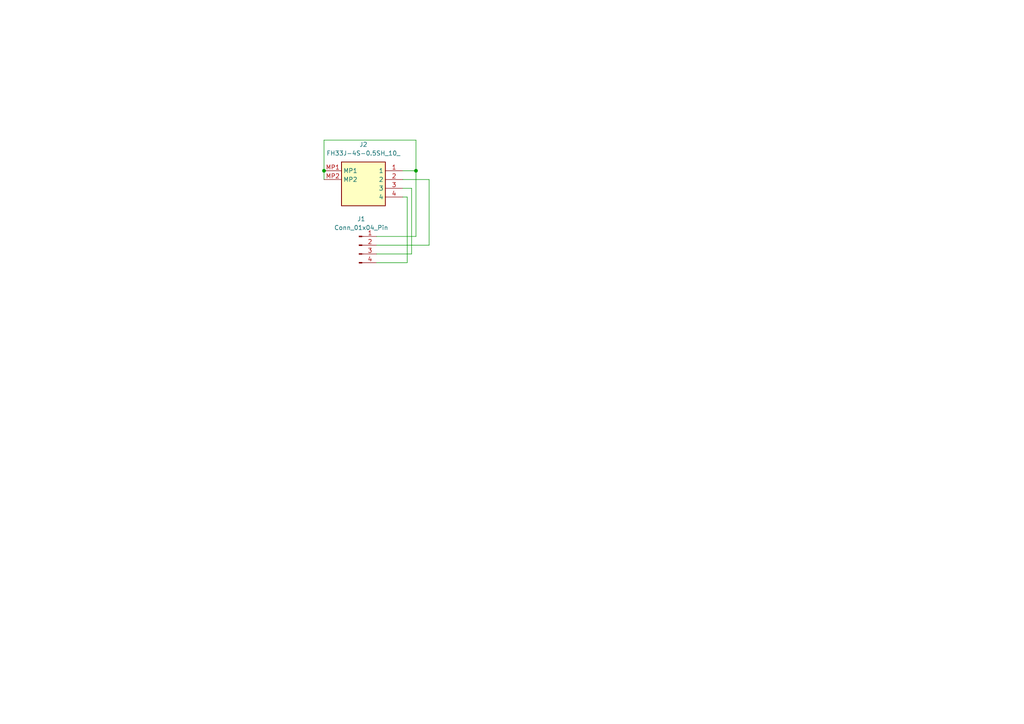
<source format=kicad_sch>
(kicad_sch (version 20230121) (generator eeschema)

  (uuid e36818b5-fb8a-4a37-8a9f-2781bf2c79d6)

  (paper "A4")

  (lib_symbols
    (symbol "Connector:Conn_01x04_Pin" (pin_names (offset 1.016) hide) (in_bom yes) (on_board yes)
      (property "Reference" "J" (at 0 5.08 0)
        (effects (font (size 1.27 1.27)))
      )
      (property "Value" "Conn_01x04_Pin" (at 0 -7.62 0)
        (effects (font (size 1.27 1.27)))
      )
      (property "Footprint" "" (at 0 0 0)
        (effects (font (size 1.27 1.27)) hide)
      )
      (property "Datasheet" "~" (at 0 0 0)
        (effects (font (size 1.27 1.27)) hide)
      )
      (property "ki_locked" "" (at 0 0 0)
        (effects (font (size 1.27 1.27)))
      )
      (property "ki_keywords" "connector" (at 0 0 0)
        (effects (font (size 1.27 1.27)) hide)
      )
      (property "ki_description" "Generic connector, single row, 01x04, script generated" (at 0 0 0)
        (effects (font (size 1.27 1.27)) hide)
      )
      (property "ki_fp_filters" "Connector*:*_1x??_*" (at 0 0 0)
        (effects (font (size 1.27 1.27)) hide)
      )
      (symbol "Conn_01x04_Pin_1_1"
        (polyline
          (pts
            (xy 1.27 -5.08)
            (xy 0.8636 -5.08)
          )
          (stroke (width 0.1524) (type default))
          (fill (type none))
        )
        (polyline
          (pts
            (xy 1.27 -2.54)
            (xy 0.8636 -2.54)
          )
          (stroke (width 0.1524) (type default))
          (fill (type none))
        )
        (polyline
          (pts
            (xy 1.27 0)
            (xy 0.8636 0)
          )
          (stroke (width 0.1524) (type default))
          (fill (type none))
        )
        (polyline
          (pts
            (xy 1.27 2.54)
            (xy 0.8636 2.54)
          )
          (stroke (width 0.1524) (type default))
          (fill (type none))
        )
        (rectangle (start 0.8636 -4.953) (end 0 -5.207)
          (stroke (width 0.1524) (type default))
          (fill (type outline))
        )
        (rectangle (start 0.8636 -2.413) (end 0 -2.667)
          (stroke (width 0.1524) (type default))
          (fill (type outline))
        )
        (rectangle (start 0.8636 0.127) (end 0 -0.127)
          (stroke (width 0.1524) (type default))
          (fill (type outline))
        )
        (rectangle (start 0.8636 2.667) (end 0 2.413)
          (stroke (width 0.1524) (type default))
          (fill (type outline))
        )
        (pin passive line (at 5.08 2.54 180) (length 3.81)
          (name "Pin_1" (effects (font (size 1.27 1.27))))
          (number "1" (effects (font (size 1.27 1.27))))
        )
        (pin passive line (at 5.08 0 180) (length 3.81)
          (name "Pin_2" (effects (font (size 1.27 1.27))))
          (number "2" (effects (font (size 1.27 1.27))))
        )
        (pin passive line (at 5.08 -2.54 180) (length 3.81)
          (name "Pin_3" (effects (font (size 1.27 1.27))))
          (number "3" (effects (font (size 1.27 1.27))))
        )
        (pin passive line (at 5.08 -5.08 180) (length 3.81)
          (name "Pin_4" (effects (font (size 1.27 1.27))))
          (number "4" (effects (font (size 1.27 1.27))))
        )
      )
    )
    (symbol "SamacSys_Parts:FH33J-4S-0.5SH_10_" (in_bom yes) (on_board yes)
      (property "Reference" "J" (at 19.05 7.62 0)
        (effects (font (size 1.27 1.27)) (justify left top))
      )
      (property "Value" "FH33J-4S-0.5SH_10_" (at 19.05 5.08 0)
        (effects (font (size 1.27 1.27)) (justify left top))
      )
      (property "Footprint" "FH33J4S05SH10" (at 19.05 -94.92 0)
        (effects (font (size 1.27 1.27)) (justify left top) hide)
      )
      (property "Datasheet" "https://www.hirose.com/en/product/document?clcode=CL0580-1329-0-10&productname=FH33J-4S-0.5SH(10)&series=FH33&documenttype=2DDrawing&lang=en&documentid=0000947103" (at 19.05 -194.92 0)
        (effects (font (size 1.27 1.27)) (justify left top) hide)
      )
      (property "Height" "1.3" (at 19.05 -394.92 0)
        (effects (font (size 1.27 1.27)) (justify left top) hide)
      )
      (property "Manufacturer_Name" "Hirose" (at 19.05 -494.92 0)
        (effects (font (size 1.27 1.27)) (justify left top) hide)
      )
      (property "Manufacturer_Part_Number" "FH33J-4S-0.5SH(10)" (at 19.05 -594.92 0)
        (effects (font (size 1.27 1.27)) (justify left top) hide)
      )
      (property "Mouser Part Number" "798-FH33J4S05SH10" (at 19.05 -694.92 0)
        (effects (font (size 1.27 1.27)) (justify left top) hide)
      )
      (property "Mouser Price/Stock" "https://www.mouser.co.uk/ProductDetail/Hirose-Connector/FH33J-4S-0.5SH10?qs=vnk2wBG9e155pN5P%2FjFqtA%3D%3D" (at 19.05 -794.92 0)
        (effects (font (size 1.27 1.27)) (justify left top) hide)
      )
      (property "Arrow Part Number" "" (at 19.05 -894.92 0)
        (effects (font (size 1.27 1.27)) (justify left top) hide)
      )
      (property "Arrow Price/Stock" "" (at 19.05 -994.92 0)
        (effects (font (size 1.27 1.27)) (justify left top) hide)
      )
      (property "ki_description" "FFC & FPC Connectors 4P SMT HORIZ ZIF AU 1.2MM HT .5MM PITCH" (at 0 0 0)
        (effects (font (size 1.27 1.27)) hide)
      )
      (symbol "FH33J-4S-0.5SH_10__1_1"
        (rectangle (start 5.08 2.54) (end 17.78 -10.16)
          (stroke (width 0.254) (type default))
          (fill (type background))
        )
        (pin passive line (at 22.86 0 180) (length 5.08)
          (name "1" (effects (font (size 1.27 1.27))))
          (number "1" (effects (font (size 1.27 1.27))))
        )
        (pin passive line (at 22.86 -2.54 180) (length 5.08)
          (name "2" (effects (font (size 1.27 1.27))))
          (number "2" (effects (font (size 1.27 1.27))))
        )
        (pin passive line (at 22.86 -5.08 180) (length 5.08)
          (name "3" (effects (font (size 1.27 1.27))))
          (number "3" (effects (font (size 1.27 1.27))))
        )
        (pin passive line (at 22.86 -7.62 180) (length 5.08)
          (name "4" (effects (font (size 1.27 1.27))))
          (number "4" (effects (font (size 1.27 1.27))))
        )
        (pin passive line (at 0 0 0) (length 5.08)
          (name "MP1" (effects (font (size 1.27 1.27))))
          (number "MP1" (effects (font (size 1.27 1.27))))
        )
        (pin passive line (at 0 -2.54 0) (length 5.08)
          (name "MP2" (effects (font (size 1.27 1.27))))
          (number "MP2" (effects (font (size 1.27 1.27))))
        )
      )
    )
  )

  (junction (at 93.98 49.53) (diameter 0) (color 0 0 0 0)
    (uuid b9bf1273-b305-4da8-b1ac-ed7532c9b5b5)
  )
  (junction (at 120.65 49.53) (diameter 0) (color 0 0 0 0)
    (uuid def6b3e6-8096-4a5e-906f-ea8a94628e45)
  )

  (wire (pts (xy 119.38 73.66) (xy 119.38 54.61))
    (stroke (width 0) (type default))
    (uuid 155af0fa-d4ae-4370-9383-2837ad4f3c57)
  )
  (wire (pts (xy 116.84 54.61) (xy 119.38 54.61))
    (stroke (width 0) (type default))
    (uuid 18457236-f74a-460e-9bac-9f6d869bc47e)
  )
  (wire (pts (xy 109.22 71.12) (xy 124.46 71.12))
    (stroke (width 0) (type default))
    (uuid 24006f94-d241-4e66-a409-9bdd91eaf964)
  )
  (wire (pts (xy 118.11 57.15) (xy 116.84 57.15))
    (stroke (width 0) (type default))
    (uuid 59d7bd56-11e3-4b1d-a867-0cdf1c3f4baa)
  )
  (wire (pts (xy 116.84 52.07) (xy 124.46 52.07))
    (stroke (width 0) (type default))
    (uuid 8723250e-3dbb-4b18-9738-7b87340f204d)
  )
  (wire (pts (xy 109.22 73.66) (xy 119.38 73.66))
    (stroke (width 0) (type default))
    (uuid 8cda7811-2e25-48a2-8cd3-280e66dae716)
  )
  (wire (pts (xy 120.65 49.53) (xy 116.84 49.53))
    (stroke (width 0) (type default))
    (uuid 9a45d002-ea48-4e87-959b-0a5336445b87)
  )
  (wire (pts (xy 120.65 40.64) (xy 120.65 49.53))
    (stroke (width 0) (type default))
    (uuid 9f5ffc92-a6d7-4fba-9d1e-e53645b54a51)
  )
  (wire (pts (xy 124.46 52.07) (xy 124.46 71.12))
    (stroke (width 0) (type default))
    (uuid b0445b41-8b4c-4e9e-8bbc-a4b4111b96b9)
  )
  (wire (pts (xy 109.22 76.2) (xy 118.11 76.2))
    (stroke (width 0) (type default))
    (uuid b1f05fcd-5a30-42a7-91a7-a7566e880f92)
  )
  (wire (pts (xy 109.22 68.58) (xy 120.65 68.58))
    (stroke (width 0) (type default))
    (uuid b78da687-0b8e-4b03-9b23-05788919c029)
  )
  (wire (pts (xy 93.98 40.64) (xy 120.65 40.64))
    (stroke (width 0) (type default))
    (uuid c3d97d39-6930-4bef-b980-7b214375ca51)
  )
  (wire (pts (xy 118.11 57.15) (xy 118.11 76.2))
    (stroke (width 0) (type default))
    (uuid c5194320-950d-4697-ada5-c945f391a13f)
  )
  (wire (pts (xy 93.98 52.07) (xy 93.98 49.53))
    (stroke (width 0) (type default))
    (uuid cd86612d-2d3e-4206-98f4-d93f355d6d1b)
  )
  (wire (pts (xy 93.98 49.53) (xy 93.98 40.64))
    (stroke (width 0) (type default))
    (uuid f4b13008-b2e2-4e6e-954e-63d2ee311f3c)
  )
  (wire (pts (xy 120.65 68.58) (xy 120.65 49.53))
    (stroke (width 0) (type default))
    (uuid fa9a651f-e3f8-4150-a5e0-d73d03bc1ccc)
  )

  (symbol (lib_id "Connector:Conn_01x04_Pin") (at 104.14 71.12 0) (unit 1)
    (in_bom yes) (on_board yes) (dnp no) (fields_autoplaced)
    (uuid e9564936-6efe-47a5-bf19-805025b9af6d)
    (property "Reference" "J1" (at 104.775 63.5 0)
      (effects (font (size 1.27 1.27)))
    )
    (property "Value" "Conn_01x04_Pin" (at 104.775 66.04 0)
      (effects (font (size 1.27 1.27)))
    )
    (property "Footprint" "Connector_PinHeader_2.54mm:PinHeader_1x04_P2.54mm_Vertical" (at 104.14 71.12 0)
      (effects (font (size 1.27 1.27)) hide)
    )
    (property "Datasheet" "~" (at 104.14 71.12 0)
      (effects (font (size 1.27 1.27)) hide)
    )
    (pin "1" (uuid 60b6d15d-44c6-4386-9323-b5298e465e6d))
    (pin "3" (uuid c59c7356-c351-4c95-9084-b2a2347754e3))
    (pin "2" (uuid 3b161549-4115-4a58-9b72-02e034c1a5a6))
    (pin "4" (uuid 56647201-1568-48bc-a229-e4e4128df2ff))
    (instances
      (project "Spectrometer_Breakout_Board"
        (path "/e36818b5-fb8a-4a37-8a9f-2781bf2c79d6"
          (reference "J1") (unit 1)
        )
      )
    )
  )

  (symbol (lib_id "SamacSys_Parts:FH33J-4S-0.5SH_10_") (at 93.98 49.53 0) (unit 1)
    (in_bom yes) (on_board yes) (dnp no) (fields_autoplaced)
    (uuid fe305225-3601-496e-9e41-54916c73db47)
    (property "Reference" "J2" (at 105.41 41.91 0)
      (effects (font (size 1.27 1.27)))
    )
    (property "Value" "FH33J-4S-0.5SH_10_" (at 105.41 44.45 0)
      (effects (font (size 1.27 1.27)))
    )
    (property "Footprint" "Spectrometer_Breakout_Board:FH33J4S05SH10" (at 113.03 144.45 0)
      (effects (font (size 1.27 1.27)) (justify left top) hide)
    )
    (property "Datasheet" "https://www.hirose.com/en/product/document?clcode=CL0580-1329-0-10&productname=FH33J-4S-0.5SH(10)&series=FH33&documenttype=2DDrawing&lang=en&documentid=0000947103" (at 113.03 244.45 0)
      (effects (font (size 1.27 1.27)) (justify left top) hide)
    )
    (property "Height" "1.3" (at 113.03 444.45 0)
      (effects (font (size 1.27 1.27)) (justify left top) hide)
    )
    (property "Manufacturer_Name" "Hirose" (at 113.03 544.45 0)
      (effects (font (size 1.27 1.27)) (justify left top) hide)
    )
    (property "Manufacturer_Part_Number" "FH33J-4S-0.5SH(10)" (at 113.03 644.45 0)
      (effects (font (size 1.27 1.27)) (justify left top) hide)
    )
    (property "Mouser Part Number" "798-FH33J4S05SH10" (at 113.03 744.45 0)
      (effects (font (size 1.27 1.27)) (justify left top) hide)
    )
    (property "Mouser Price/Stock" "https://www.mouser.co.uk/ProductDetail/Hirose-Connector/FH33J-4S-0.5SH10?qs=vnk2wBG9e155pN5P%2FjFqtA%3D%3D" (at 113.03 844.45 0)
      (effects (font (size 1.27 1.27)) (justify left top) hide)
    )
    (property "Arrow Part Number" "" (at 113.03 944.45 0)
      (effects (font (size 1.27 1.27)) (justify left top) hide)
    )
    (property "Arrow Price/Stock" "" (at 113.03 1044.45 0)
      (effects (font (size 1.27 1.27)) (justify left top) hide)
    )
    (pin "MP1" (uuid b61f456d-ce5e-47b2-aeaa-606484a5026f))
    (pin "4" (uuid 3da8dbfe-8fd5-4ad5-bb5f-a7bab3ba00b3))
    (pin "2" (uuid ddef2c50-0676-4af6-966e-8a4f40d3da31))
    (pin "MP2" (uuid 9547d69a-3ebe-43ab-80d9-33d72813e12f))
    (pin "1" (uuid af250440-0460-401d-960c-72c10847e3a5))
    (pin "3" (uuid 8124f8ce-d29b-4e0e-9dc9-23d6de4c3acf))
    (instances
      (project "Spectrometer_Breakout_Board"
        (path "/e36818b5-fb8a-4a37-8a9f-2781bf2c79d6"
          (reference "J2") (unit 1)
        )
      )
    )
  )

  (sheet_instances
    (path "/" (page "1"))
  )
)

</source>
